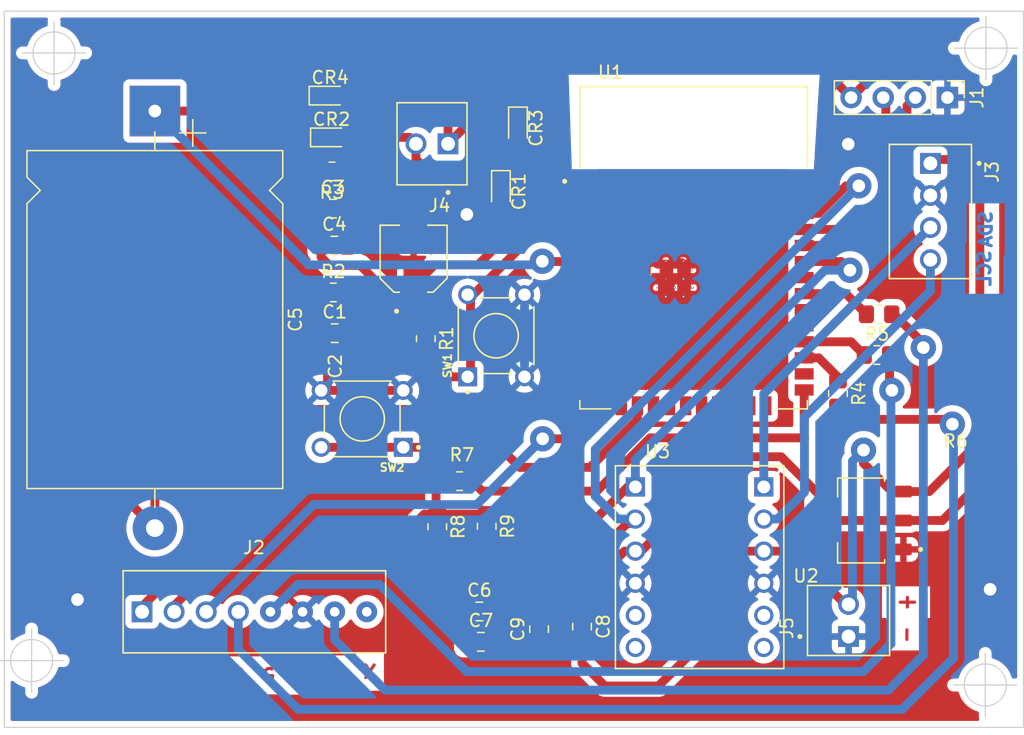
<source format=kicad_pcb>
(kicad_pcb (version 20211014) (generator pcbnew)
  (layers (0 "F.Cu" signal) (31 "B.Cu" signal) (34 "B.Paste" user) (35 "F.Paste" user) (36 "B.SilkS" user "B.Silkscreen") (37 "F.SilkS" user "F.Silkscreen") (38 "B.Mask" user) (39 "F.Mask" user) (44 "Edge.Cuts" user))
  (net 0 "")
  (net 1 "GND")
  (net 2 "Net-(C1-Pad2)")
  (net 3 "Net-(C5-Pad1)")
  (net 4 "Net-(C5-Pad2)")
  (net 5 "Net-(CR1-Pad1)")
  (net 6 "Net-(CR3-Pad1)")
  (net 7 "Net-(J1-Pad2)")
  (net 8 "Net-(J1-Pad3)")
  (net 9 "Net-(J2-Pad1)")
  (net 10 "Net-(J2-Pad2)")
  (net 11 "Net-(J2-Pad3)")
  (net 12 "Net-(J2-Pad4)")
  (net 13 "Net-(J2-Pad5)")
  (net 14 "Net-(J2-Pad7)")
  (net 16 "Net-(J3-Pad3)")
  (net 17 "Net-(J3-Pad4)")
  (net 18 "Net-(R8-Pad2)")
  (net 40 "+3V3")
  (net 41 "Net-(R7-Pad2)")
  (net 42 "Net-(R4-Pad1)")
  (net 43 "Net-(R5-Pad1)")
  (net 44 "Net-(R6-Pad1)")
  (net 45 "Net-(R9-Pad2)")
  (net 50 "+5V")
  (footprint "Diode_SMD:D_0603_1608Metric_Pad1.05x0.95mm_HandSolder" (layer "F.Cu") (at 159.6898 43.4086 -90)
    (fp_text reference "CR1")
    (fp_text value "1N4148W-TP")
  )
  (footprint "libraries:TE_1546215-4" (layer "F.Cu") (at 193.675 44.9834 -90)
    (fp_text reference "J3")
    (fp_text value "282837-4")
  )
  (footprint "Resistor_SMD:R_0805_2012Metric_Pad1.20x1.40mm_HandSolder" (layer "F.Cu") (at 154.654 69.9262 -90)
    (fp_text reference "R8")
    (fp_text value "10k")
  )
  (footprint "Resistor_SMD:R_0805_2012Metric_Pad1.20x1.40mm_HandSolder" (layer "F.Cu") (at 158.5656 69.8914 -90)
    (fp_text reference "R9")
    (fp_text value "10k")
  )
  (footprint "libraries:SOT229P700X180-4N" (layer "F.Cu") (at 188.195 69.4308 180)
    (fp_text reference "U2")
    (fp_text value "AMS1117")
  )
  (footprint "Resistor_SMD:R_0805_2012Metric_Pad1.20x1.40mm_HandSolder" (layer "F.Cu") (at 189.611 53.1114)
    (fp_text reference "R6")
    (fp_text value "82")
  )
  (footprint "Capacitor_SMD:C_0805_2012Metric_Pad1.18x1.45mm_HandSolder" (layer "F.Cu") (at 162.709 78.0308 90)
    (fp_text reference "C9")
    (fp_text value "4.7u")
  )
  (footprint "libraries:CAP_EEE0JA101WR" (layer "F.Cu") (at 152.781 48.7172 90)
    (fp_text reference "C2")
    (fp_text value "220u")
  )
  (footprint "Capacitor_THT:CP_Axial_L26.5mm_D20.0mm_P33.00mm_Horizontal" (layer "F.Cu") (at 132.3086 37.0332 -90)
    (fp_text reference "C5")
    (fp_text value "1000µ")
  )
  (footprint "libraries:TE_1546215-2" (layer "F.Cu") (at 154.2385 39.624 180)
    (fp_text reference "J4")
    (fp_text value "282841-2")
  )
  (footprint "Diode_SMD:D_0603_1608Metric_Pad1.05x0.95mm_HandSolder" (layer "F.Cu") (at 146.177 35.814)
    (fp_text reference "CR4")
    (fp_text value "1N4148W-TP")
  )
  (footprint "BOB-12009:CONV_BOB-12009" (layer "F.Cu") (at 175.4124 73.1266)
    (fp_text reference "U3")
    (fp_text value "BOB-12009")
  )
  (footprint "Capacitor_SMD:C_0805_2012Metric_Pad1.18x1.45mm_HandSolder" (layer "F.Cu") (at 146.4056 44.7548)
    (fp_text reference "C3")
    (fp_text value "22u")
  )
  (footprint "libraries:TE_1546215-2" (layer "F.Cu") (at 187.198 77.343 90)
    (fp_text reference "J5")
    (fp_text value "282841-2")
  )
  (footprint "Capacitor_SMD:C_0805_2012Metric_Pad1.18x1.45mm_HandSolder" (layer "F.Cu") (at 146.5365 54.61)
    (fp_text reference "C1")
    (fp_text value "1u")
  )
  (footprint "Capacitor_SMD:C_0805_2012Metric_Pad1.18x1.45mm_HandSolder" (layer "F.Cu") (at 158.109 79.0308)
    (fp_text reference "C7")
    (fp_text value "4.7u")
  )
  (footprint "Capacitor_SMD:C_0805_2012Metric_Pad1.18x1.45mm_HandSolder" (layer "F.Cu") (at 166.109 77.8308 -90)
    (fp_text reference "C8")
    (fp_text value "0.1u")
  )
  (footprint "Resistor_SMD:R_0805_2012Metric_Pad1.20x1.40mm_HandSolder" (layer "F.Cu") (at 153.7462 55.0418 -90)
    (fp_text reference "R1")
    (fp_text value "10k")
  )
  (footprint "Resistor_SMD:R_0805_2012Metric_Pad1.20x1.40mm_HandSolder" (layer "F.Cu") (at 156.4226 66.3194)
    (fp_text reference "R7")
    (fp_text value "10k")
  )
  (footprint "Capacitor_SMD:C_0805_2012Metric_Pad1.18x1.45mm_HandSolder" (layer "F.Cu") (at 146.5072 47.6758)
    (fp_text reference "C4")
    (fp_text value "0.1u")
  )
  (footprint "Resistor_SMD:R_0805_2012Metric_Pad1.20x1.40mm_HandSolder" (layer "F.Cu") (at 189.4426 56.3372)
    (fp_text reference "R5")
    (fp_text value "82")
  )
  (footprint "Resistor_SMD:R_0805_2012Metric_Pad1.20x1.40mm_HandSolder" (layer "F.Cu") (at 146.32 41.8084 180)
    (fp_text reference "R3")
    (fp_text value "120")
  )
  (footprint "Diode_SMD:D_0603_1608Metric_Pad1.05x0.95mm_HandSolder" (layer "F.Cu") (at 161.036 38.3794 -90)
    (fp_text reference "CR3")
    (fp_text value "1N4148W-TP")
  )
  (footprint "libraries:SW_1825910-6-4" (layer "F.Cu") (at 148.717 61.3918 180)
    (fp_text reference "SW2")
    (fp_text value "BOOT")
  )
  (footprint "libraries:XCVR_ESP32-WROOM-32E_(16MB)" (layer "F.Cu") (at 174.9375 47.85125)
    (fp_text reference "U1")
    (fp_text value "ESP32-WROOM-32E_(16MB)")
  )
  (footprint "Resistor_SMD:R_0805_2012Metric_Pad1.20x1.40mm_HandSolder" (layer "F.Cu") (at 186.3598 59.3852 -90)
    (fp_text reference "R4")
    (fp_text value "82")
  )
  (footprint "Resistor_SMD:R_0805_2012Metric_Pad1.20x1.40mm_HandSolder" (layer "F.Cu") (at 146.431 51.3842)
    (fp_text reference "R2")
    (fp_text value "560")
  )
  (footprint "Diode_SMD:D_0603_1608Metric_Pad1.05x0.95mm_HandSolder" (layer "F.Cu") (at 146.29 39.116)
    (fp_text reference "CR2")
    (fp_text value "1N4148W-TP")
  )
  (footprint "Capacitor_SMD:C_0805_2012Metric_Pad1.18x1.45mm_HandSolder" (layer "F.Cu") (at 157.988 76.6308)
    (fp_text reference "C6")
    (fp_text value "0.1u")
  )
  (footprint "libraries:TE_1546215-8" (layer "F.Cu") (at 140.1572 76.6572)
    (fp_text reference "J2")
    (fp_text value "R pinnen RGB strips")
  )
  (footprint "Connector_PinHeader_2.54mm:PinHeader_1x04_P2.54mm_Vertical" (layer "F.Cu") (at 195.0212 35.9664 -90)
    (fp_text reference "J1")
    (fp_text value "Conn_01x04_Female")
  )
  (footprint "libraries:SW_1825910-6-4" (layer "F.Cu") (at 159.3088 54.8132 90)
    (fp_text reference "SW1")
    (fp_text value "ENABLE")
  )
  (gr_rect (start 120.396 29.1338) (end 201.041 85.8012) (layer "Edge.Cuts") (width 0.1) (fill none))
  (gr_text "dynamo" (at 154.051 33.4518) (layer "F.Cu") (effects (font (size 1 1) (thickness 0.25))))
  (gr_text "GND\n" (at 144.0942 81.7118) (layer "F.Cu") (effects (font (size 1 1) (thickness 0.25))))
  (gr_text "B" (at 138.938 81.6864) (layer "F.Cu") (effects (font (size 1 1) (thickness 0.25))))
  (gr_text "Bicycle\n" (at 129.7178 82.7786) (layer "F.Cu") (effects (font (size 1.5 1.5) (thickness 0.3))))
  (gr_text "R" (at 146.8628 81.6102) (layer "F.Cu") (effects (font (size 1 1) (thickness 0.25))))
  (gr_text "+\n\n" (at 126.0602 37.9476 90) (layer "F.Cu") (effects (font (size 1.5 1.5) (thickness 0.3))))
  (gr_text "G" (at 141.3002 81.6864) (layer "F.Cu") (effects (font (size 1 1) (thickness 0.25))))
  (gr_text "-\n" (at 125.7554 69.215 90) (layer "F.Cu") (effects (font (size 1.5 1.5) (thickness 0.3))))
  (gr_text "X" (at 149.3266 81.407) (layer "F.Cu") (effects (font (size 1 1) (thickness 0.25)) (justify mirror)))
  (gr_text "-\n" (at 191.7446 78.4606 90) (layer "F.Cu") (effects (font (size 1 1) (thickness 0.25))))
  (gr_text "+" (at 191.7446 75.8952 90) (layer "F.Cu") (effects (font (size 1.5 1) (thickness 0.25))))
  (gr_text "SCL\n" (at 197.9422 49.4792 90) (layer "B.Cu") (effects (font (size 1 1) (thickness 0.25)) (justify mirror)))
  (gr_text "SDA" (at 198.0438 46.3804 90) (layer "B.Cu") (effects (font (size 1 1) (thickness 0.25)) (justify mirror)))
  (target plus (at 198.0692 32.0548) (size 5) (width 0.1) (layer "Edge.Cuts"))
  (target plus (at 124.333 32.4358) (size 5) (width 0.1) (layer "Edge.Cuts"))
  (target plus (at 122.555 80.518) (size 5) (width 0.1) (layer "Edge.Cuts"))
  (target plus (at 198.0184 82.4484) (size 5) (width 0.1) (layer "Edge.Cuts"))
  (segment (start 173.480261 48.261739) (end 172.468463 48.261739) (width 0.7) (layer "F.Cu") (net 1))
  (segment (start 171.387989 51.280287) (end 171.387989 50.742213) (width 0.7) (layer "F.Cu") (net 1))
  (segment (start 172.847 52.451) (end 172.847 50.927) (width 0.7) (layer "F.Cu") (net 1))
  (segment (start 171.387989 50.742213) (end 171.186979 50.541203) (width 0.7) (layer "F.Cu") (net 1))
  (segment (start 174.8375 51.71125) (end 174.8375 52.000509) (width 0.7) (layer "F.Cu") (net 1))
  (segment (start 174.387009 52.451) (end 173.887991 52.451) (width 0.7) (layer "F.Cu") (net 1))
  (segment (start 171.387989 50.8) (end 171.387989 50.742213) (width 0.7) (layer "F.Cu") (net 1))
  (segment (start 172.0375 47.292702) (end 167.336048 42.59125) (width 0.7) (layer "F.Cu") (net 1))
  (segment (start 171.186979 50.541203) (end 171.186979 49.258952) (width 0.7) (layer "F.Cu") (net 1))
  (segment (start 174.787011 48.895) (end 174.787012 48.895) (width 0.7) (layer "F.Cu") (net 1))
  (segment (start 173.4375 48.692702) (end 173.4375 48.760729) (width 0.7) (layer "F.Cu") (net 1))
  (segment (start 174.371 50.8) (end 174.371 49.276) (width 0.7) (layer "F.Cu") (net 1))
  (segment (start 169.2225 60.35125) (end 169.2225 54.52625) (width 0.7) (layer "F.Cu") (net 1))
  (segment (start 175.537011 51.300998) (end 175.126759 51.71125) (width 0.7) (layer "F.Cu") (net 1))
  (segment (start 175.487011 49.880287) (end 175.056048 50.31125) (width 0.7) (layer "F.Cu") (net 1))
  (segment (start 171.186979 49.258952) (end 171.685202 48.760729) (width 0.7) (layer "F.Cu") (net 1))
  (segment (start 175.537011 50.721502) (end 175.537011 51.300998) (width 0.7) (layer "F.Cu") (net 1))
  (segment (start 172.974 52.324) (end 172.974 50.8) (width 0.7) (layer "F.Cu") (net 1))
  (segment (start 172.468463 48.261739) (end 172.0375 48.692702) (width 0.7) (layer "F.Cu") (net 1))
  (segment (start 172.0375 48.692702) (end 172.0375 47.292702) (width 0.7) (layer "F.Cu") (net 1))
  (segment (start 172.0375 52.2765) (end 172.0375 51.71125) (width 0.7) (layer "F.Cu") (net 1))
  (segment (start 174.371 52.197) (end 174.371 50.673) (width 0.7) (layer "F.Cu") (net 1))
  (segment (start 174.8375 48.91125) (end 174.8375 48.692702) (width 0.7) (layer "F.Cu") (net 1))
  (segment (start 173.482 49.149) (end 175.006 49.149) (width 0.7) (layer "F.Cu") (net 1))
  (segment (start 171.676817 50.453385) (end 171.387989 50.8) (width 0.7) (layer "F.Cu") (net 1))
  (segment (start 171.818952 51.71125) (end 171.387989 51.280287) (width 0.7) (layer "F.Cu") (net 1))
  (segment (start 172.0375 51.71125) (end 171.818952 51.71125) (width 0.7) (layer "F.Cu") (net 1))
  (segment (start 169.2225 54.52625) (end 172.0375 51.71125) (width 0.7) (layer "F.Cu") (net 1))
  (segment (start 172.085 49.149) (end 173.609 49.149) (width 0.7) (layer "F.Cu") (net 1))
  (segment (start 145.975 55.086) (end 145.499 54.61) (width 0.7) (layer "F.Cu") (net 1))
  (segment (start 172.171761 52.410761) (end 172.0375 52.2765) (width 0.7) (layer "F.Cu") (net 1))
  (segment (start 175.341006 48.341006) (end 181.090761 42.59125) (width 0.7) (layer "F.Cu") (net 1))
  (segment (start 174.787012 48.895) (end 175.341006 48.341006) (width 0.7) (layer "F.Cu") (net 1))
  (segment (start 145.467 59.1418) (end 151.967 59.1418) (width 0.7) (layer "F.Cu") (net 1))
  (segment (start 145.467 59.1418) (end 145.975 58.6338) (width 0.7) (layer "F.Cu") (net 1))
  (segment (start 174.406537 48.261739) (end 173.480261 48.261739) (width 0.7) (layer "F.Cu") (net 1))
  (segment (start 172.466 52.324) (end 172.466 50.8) (width 0.7) (layer "F.Cu") (net 1))
  (segment (start 175.126759 50.31125) (end 175.537011 50.721502) (width 0.7) (layer "F.Cu") (net 1))
  (segment (start 145.975 58.6338) (end 145.975 55.086) (width 0.7) (layer "F.Cu") (net 1))
  (segment (start 175.126759 51.71125) (end 174.8375 51.71125) (width 0.7) (layer "F.Cu") (net 1))
  (segment (start 173.101 50.8) (end 173.101 52.324) (width 0.7) (layer "F.Cu") (net 1))
  (segment (start 174.8375 48.692702) (end 174.406537 48.261739) (width 0.7) (layer "F.Cu") (net 1))
  (segment (start 173.243399 48.498601) (end 173.4375 48.692702) (width 0.7) (layer "F.Cu") (net 1))
  (segment (start 147.32 47.0795) (end 147.5447 47.3042) (width 0.7) (layer "F.Cu") (net 1))
  (segment (start 173.027248 52.410761) (end 172.171761 52.410761) (width 0.7) (layer "F.Cu") (net 1))
  (segment (start 173.99 52.197) (end 173.99 50.673) (width 0.7) (layer "F.Cu") (net 1))
  (segment (start 173.4375 52.000509) (end 173.027248 52.410761) (width 0.7) (layer "F.Cu") (net 1))
  (segment (start 175.341006 48.341006) (end 175.487011 48.487011) (width 0.7) (layer "F.Cu") (net 1))
  (segment (start 173.480261 48.261739) (end 173.243399 48.498601) (width 0.7) (layer "F.Cu") (net 1))
  (segment (start 175.056048 50.31125) (end 174.8375 50.31125) (width 0.7) (layer "F.Cu") (net 1))
  (segment (start 173.99 50.546) (end 173.99 49.022) (width 0.7) (layer "F.Cu") (net 1))
  (segment (start 173.887991 52.451) (end 173.4375 52.000509) (width 0.7) (layer "F.Cu") (net 1))
  (segment (start 172.974 50.927) (end 172.974 49.403) (width 0.7) (layer "F.Cu") (net 1))
  (segment (start 174.8375 50.31125) (end 175.126759 50.31125) (width 0.7) (layer "F.Cu") (net 1))
  (segment (start 174.8375 52.000509) (end 174.387009 52.451) (width 0.7) (layer "F.Cu") (net 1))
  (segment (start 171.387989 50.742213) (end 171.676817 50.453385) (width 0.7) (layer "F.Cu") (net 1))
  (segment (start 173.4375 51.71125) (end 173.4375 52.000509) (width 0.7) (layer "F.Cu") (net 1))
  (segment (start 147.5447 47.3042) (end 147.5447 47.6758) (width 0.7) (layer "F.Cu") (net 1))
  (segment (start 181.090761 42.59125) (end 183.6875 42.59125) (width 0.7) (layer "F.Cu") (net 1))
  (segment (start 175.487011 48.487011) (end 175.487011 49.880287) (width 0.7) (layer "F.Cu") (net 1))
  (segment (start 167.336048 42.59125) (end 166.1875 42.59125) (width 0.7) (layer "F.Cu") (net 1))
  (segment (start 172.593 50.927) (end 172.593 49.403) (width 0.7) (layer "F.Cu") (net 1))
  (via (at 198.3994 74.8792) (size 2) (drill 1) (layers "F.Cu" "B.Cu") (net 1))
  (via (at 156.9974 45.212) (size 2) (drill 1) (layers "F.Cu" "B.Cu") (net 1))
  (via (at 187.1726 39.6494) (size 2) (drill 1) (layers "F.Cu" "B.Cu") (net 1))
  (via (at 126.1872 75.692) (size 2) (drill 1) (layers "F.Cu" "B.Cu") (net 1))
  (segment (start 161.5588 51.5632) (end 161.5588 58.0632) (width 0.7) (layer "B.Cu") (net 1))
  (segment (start 157.5042 51.5632) (end 163.93615 45.13125) (width 0.7) (layer "F.Cu") (net 2))
  (segment (start 153.416 55.7116) (end 149.7898 55.7116) (width 0.7) (layer "F.Cu") (net 2))
  (segment (start 157.0588 58.0632) (end 157.2874 57.8346) (width 0.7) (layer "F.Cu") (net 2))
  (segment (start 163.93615 45.13125) (end 166.1875 45.13125) (width 0.7) (layer "F.Cu") (net 2))
  (segment (start 155.7676 58.0632) (end 153.7462 56.0418) (width 0.7) (layer "F.Cu") (net 2))
  (segment (start 149.7898 55.7116) (end 148.6882 54.61) (width 0.7) (layer "F.Cu") (net 2))
  (segment (start 157.2874 51.7918) (end 157.0588 51.5632) (width 0.7) (layer "F.Cu") (net 2))
  (segment (start 166.1875 45.13125) (end 165.058478 45.13125) (width 0.7) (layer "F.Cu") (net 2))
  (segment (start 157.0588 58.0632) (end 155.7676 58.0632) (width 0.7) (layer "F.Cu") (net 2))
  (segment (start 157.2874 57.8346) (end 157.2874 51.7918) (width 0.7) (layer "F.Cu") (net 2))
  (segment (start 148.6882 54.61) (end 147.574 54.61) (width 0.7) (layer "F.Cu") (net 2))
  (segment (start 157.0588 51.5632) (end 157.5042 51.5632) (width 0.7) (layer "F.Cu") (net 2))
  (segment (start 153.7462 56.0418) (end 153.416 55.7116) (width 0.7) (layer "F.Cu") (net 2))
  (segment (start 147.701 54.737) (end 147.574 54.61) (width 0.7) (layer "F.Cu") (net 2))
  (segment (start 162.98725 48.94125) (end 166.1875 48.94125) (width 0.7) (layer "F.Cu") (net 3))
  (segment (start 145.302 41.7904) (end 145.32 41.8084) (width 0.7) (layer "F.Cu") (net 3))
  (segment (start 145.302 35.814) (end 145.302 41.7904) (width 0.7) (layer "F.Cu") (net 3))
  (segment (start 145.2184 41.8084) (end 140.4432 37.0332) (width 0.7) (layer "F.Cu") (net 3))
  (segment (start 140.4432 37.0332) (end 132.3086 37.0332) (width 0.7) (layer "F.Cu") (net 3))
  (segment (start 162.9664 48.9204) (end 162.98725 48.94125) (width 0.7) (layer "F.Cu") (net 3))
  (segment (start 145.32 41.8084) (end 145.2184 41.8084) (width 0.7) (layer "F.Cu") (net 3))
  (via (at 162.9664 48.9204) (size 2) (drill 1) (layers "F.Cu" "B.Cu") (net 3))
  (segment (start 162.9664 48.9204) (end 162.687 49.1998) (width 0.7) (layer "B.Cu") (net 3))
  (segment (start 144.4752 49.1998) (end 132.3086 37.0332) (width 0.7) (layer "B.Cu") (net 3))
  (segment (start 162.687 49.1998) (end 144.4752 49.1998) (width 0.7) (layer "B.Cu") (net 3))
  (segment (start 161.036 39.2544) (end 161.7472 39.9656) (width 0.7) (layer "F.Cu") (net 4))
  (segment (start 160.51553 31.6738) (end 160.775765 31.934035) (width 0.7) (layer "F.Cu") (net 4))
  (segment (start 128.143 65.8676) (end 132.3086 70.0332) (width 0.7) (layer "F.Cu") (net 4))
  (segment (start 160.775765 31.934035) (end 160.54093 31.6992) (width 0.7) (layer "F.Cu") (net 4))
  (segment (start 140.9556 51.3842) (end 145.431 51.3842) (width 0.7) (layer "F.Cu") (net 4))
  (segment (start 160.775765 31.934035) (end 162.78608 33.94435) (width 0.7) (layer "F.Cu") (net 4))
  (segment (start 161.7472 39.9656) (end 161.7472 43.0784) (width 0.7) (layer "F.Cu") (net 4))
  (segment (start 162.78608 33.94435) (end 162.78608 38.81372) (width 0.7) (layer "F.Cu") (net 4))
  (segment (start 162.78608 38.81372) (end 162.3454 39.2544) (width 0.7) (layer "F.Cu") (net 4))
  (segment (start 131.445 31.6992) (end 128.143 35.0012) (width 0.7) (layer "F.Cu") (net 4))
  (segment (start 161.7472 43.0784) (end 160.542 44.2836) (width 0.7) (layer "F.Cu") (net 4))
  (segment (start 160.54093 31.6992) (end 131.445 31.6992) (width 0.7) (layer "F.Cu") (net 4))
  (segment (start 132.3086 60.0312) (end 140.9556 51.3842) (width 0.7) (layer "F.Cu") (net 4))
  (segment (start 162.3454 39.2544) (end 161.036 39.2544) (width 0.7) (layer "F.Cu") (net 4))
  (segment (start 132.3086 70.0332) (end 132.3086 60.0312) (width 0.7) (layer "F.Cu") (net 4))
  (segment (start 128.143 35.0012) (end 128.143 65.8676) (width 0.7) (layer "F.Cu") (net 4))
  (segment (start 160.542 44.2836) (end 159.6898 44.2836) (width 0.7) (layer "F.Cu") (net 4))
  (segment (start 152.4605 39.116) (end 147.165 39.116) (width 0.7) (layer "F.Cu") (net 5))
  (segment (start 152.9685 40.833022) (end 154.669078 42.5336) (width 0.7) (layer "F.Cu") (net 5))
  (segment (start 152.9685 39.624) (end 152.4605 39.116) (width 0.7) (layer "F.Cu") (net 5))
  (segment (start 159.6898 42.5336) (end 159.653 42.5704) (width 0.7) (layer "F.Cu") (net 5))
  (segment (start 154.669078 42.5336) (end 159.6898 42.5336) (width 0.7) (layer "F.Cu") (net 5))
  (segment (start 152.9685 39.624) (end 152.9685 40.833022) (width 0.7) (layer "F.Cu") (net 5))
  (segment (start 153.2235 35.814) (end 155.5085 38.099) (width 0.7) (layer "F.Cu") (net 6))
  (segment (start 157.6281 37.5044) (end 161.036 37.5044) (width 0.7) (layer "F.Cu") (net 6))
  (segment (start 155.5085 39.624) (end 157.6281 37.5044) (width 0.7) (layer "F.Cu") (net 6))
  (segment (start 155.5085 38.099) (end 155.5085 39.624) (width 0.7) (layer "F.Cu") (net 6))
  (segment (start 147.052 35.814) (end 153.2235 35.814) (width 0.7) (layer "F.Cu") (net 6))
  (segment (start 191.8208 45.0596) (end 189.357 47.5234) (width 0.7) (layer "F.Cu") (net 7))
  (segment (start 191.8208 36.6268) (end 191.8208 45.0596) (width 0.7) (layer "F.Cu") (net 7))
  (segment (start 190.3476 46.5328) (end 189.357 47.5234) (width 0.7) (layer "F.Cu") (net 7))
  (segment (start 189.357 47.5234) (end 189.20915 47.67125) (width 0.7) (layer "F.Cu") (net 7))
  (segment (start 189.20915 47.67125) (end 183.6875 47.67125) (width 0.7) (layer "F.Cu") (net 7))
  (segment (start 192.4812 35.9664) (end 191.8208 36.6268) (width 0.7) (layer "F.Cu") (net 7))
  (segment (start 189.9412 35.9664) (end 190.1444 36.1696) (width 0.7) (layer "F.Cu") (net 8))
  (segment (start 190.1444 44.1452) (end 187.88835 46.40125) (width 0.7) (layer "F.Cu") (net 8))
  (segment (start 190.1444 36.1696) (end 190.1444 44.1452) (width 0.7) (layer "F.Cu") (net 8))
  (segment (start 187.88835 46.40125) (end 183.6875 46.40125) (width 0.7) (layer "F.Cu") (net 8))
  (segment (start 141.109 62.2308) (end 141.109 66.4308) (width 0.7) (layer "F.Cu") (net 9))
  (segment (start 162.946556 60.706) (end 162.888436 60.64788) (width 0.7) (layer "F.Cu") (net 9))
  (segment (start 162.888436 60.64788) (end 142.69192 60.64788) (width 0.7) (layer "F.Cu") (net 9))
  (segment (start 166.1875 59.10125) (end 164.58275 60.706) (width 0.7) (layer "F.Cu") (net 9))
  (segment (start 131.2952 76.2446) (end 131.2952 76.6572) (width 0.7) (layer "F.Cu") (net 9))
  (segment (start 142.69192 60.64788) (end 141.109 62.2308) (width 0.7) (layer "F.Cu") (net 9))
  (segment (start 164.58275 60.706) (end 162.946556 60.706) (width 0.7) (layer "F.Cu") (net 9))
  (segment (start 141.109 66.4308) (end 131.2952 76.2446) (width 0.7) (layer "F.Cu") (net 9))
  (segment (start 170.050286 61.922486) (end 167.863861 64.108911) (width 0.7) (layer "F.Cu") (net 10))
  (segment (start 161.1884 65.2272) (end 166.745572 65.2272) (width 0.7) (layer "F.Cu") (net 10))
  (segment (start 143.002 67.0052) (end 143.002 63.4492) (width 0.7) (layer "F.Cu") (net 10))
  (segment (start 133.8352 76.6572) (end 133.8352 76.172) (width 0.7) (layer "F.Cu") (net 10))
  (segment (start 170.4925 61.480272) (end 170.050286 61.922486) (width 0.7) (layer "F.Cu") (net 10))
  (segment (start 157.7086 61.7474) (end 161.1884 65.2272) (width 0.7) (layer "F.Cu") (net 10))
  (segment (start 166.745572 65.2272) (end 170.050286 61.922486) (width 0.7) (layer "F.Cu") (net 10))
  (segment (start 155.6004 61.7474) (end 144.7038 61.7474) (width 0.7) (layer "F.Cu") (net 10))
  (segment (start 133.8352 76.172) (end 143.002 67.0052) (width 0.7) (layer "F.Cu") (net 10))
  (segment (start 170.4925 60.35125) (end 170.4925 61.480272) (width 0.7) (layer "F.Cu") (net 10))
  (segment (start 143.002 63.4492) (end 144.7038 61.7474) (width 0.7) (layer "F.Cu") (net 10))
  (segment (start 155.6004 61.7474) (end 157.7086 61.7474) (width 0.7) (layer "F.Cu") (net 10))
  (segment (start 164.973 62.9666) (end 167.7924 60.1472) (width 0.7) (layer "F.Cu") (net 11))
  (segment (start 167.7924 60.1472) (end 167.7924 58.28615) (width 0.7) (layer "F.Cu") (net 11))
  (segment (start 162.9918 62.9666) (end 164.973 62.9666) (width 0.7) (layer "F.Cu") (net 11))
  (segment (start 167.7924 58.28615) (end 167.3375 57.83125) (width 0.7) (layer "F.Cu") (net 11))
  (segment (start 167.3375 57.83125) (end 166.1875 57.83125) (width 0.7) (layer "F.Cu") (net 11))
  (via (at 162.9918 62.9666) (size 2) (drill 1) (layers "F.Cu" "B.Cu") (net 11))
  (segment (start 157.7848 68.1736) (end 144.8588 68.1736) (width 0.7) (layer "B.Cu") (net 11))
  (segment (start 162.9918 62.9666) (end 157.7848 68.1736) (width 0.7) (layer "B.Cu") (net 11))
  (segment (start 144.8588 68.1736) (end 136.3752 76.6572) (width 0.7) (layer "B.Cu") (net 11))
  (segment (start 186.3598 60.3852) (end 187.4054 61.4308) (width 0.7) (layer "F.Cu") (net 12))
  (segment (start 195.0348 61.4308) (end 195.4149 61.8109) (width 0.7) (layer "F.Cu") (net 12))
  (segment (start 187.4054 61.4308) (end 195.0348 61.4308) (width 0.7) (layer "F.Cu") (net 12))
  (via (at 195.4149 61.8109) (size 2) (drill 1) (layers "F.Cu" "B.Cu") (net 12))
  (segment (start 195.5038 61.8998) (end 195.5038 80.3148) (width 0.7) (layer "B.Cu") (net 12))
  (segment (start 143.657 84.3788) (end 138.9152 79.637) (width 0.7) (layer "B.Cu") (net 12))
  (segment (start 195.5038 80.3148) (end 191.4398 84.3788) (width 0.7) (layer "B.Cu") (net 12))
  (segment (start 138.9152 79.637) (end 138.9152 76.6572) (width 0.7) (layer "B.Cu") (net 12))
  (segment (start 191.4398 84.3788) (end 143.657 84.3788) (width 0.7) (layer "B.Cu") (net 12))
  (segment (start 195.4149 61.8109) (end 195.5038 61.8998) (width 0.7) (layer "B.Cu") (net 12))
  (segment (start 195.3514 61.7474) (end 195.4149 61.8109) (width 0.7) (layer "B.Cu") (net 12))
  (segment (start 190.4426 58.9468) (end 190.4426 56.3372) (width 0.7) (layer "F.Cu") (net 13))
  (segment (start 190.627 59.1312) (end 190.4426 58.9468) (width 0.7) (layer "F.Cu") (net 13))
  (via (at 190.627 59.1312) (size 2) (drill 1) (layers "F.Cu" "B.Cu") (net 13))
  (segment (start 156.972 81.3816) (end 150.0886 74.4982) (width 0.7) (layer "B.Cu") (net 13))
  (segment (start 190.5508 79.1972) (end 188.3664 81.3816) (width 0.7) (layer "B.Cu") (net 13))
  (segment (start 190.627 59.1312) (end 190.5508 59.2074) (width 0.7) (layer "B.Cu") (net 13))
  (segment (start 143.6142 74.4982) (end 141.4552 76.6572) (width 0.7) (layer "B.Cu") (net 13))
  (segment (start 190.5508 59.2074) (end 190.5508 79.1972) (width 0.7) (layer "B.Cu") (net 13))
  (segment (start 188.3664 81.3816) (end 156.972 81.3816) (width 0.7) (layer "B.Cu") (net 13))
  (segment (start 150.0886 74.4982) (end 143.6142 74.4982) (width 0.7) (layer "B.Cu") (net 13))
  (segment (start 193.1162 55.4228) (end 190.8048 53.1114) (width 0.7) (layer "F.Cu") (net 14))
  (segment (start 193.1162 55.753) (end 193.1162 55.4228) (width 0.7) (layer "F.Cu") (net 14))
  (segment (start 190.8048 53.1114) (end 190.611 53.1114) (width 0.7) (layer "F.Cu") (net 14))
  (via (at 193.1162 55.753) (size 2) (drill 1) (layers "F.Cu" "B.Cu") (net 14))
  (segment (start 193.1162 80.0862) (end 190.3476 82.8548) (width 0.7) (layer "B.Cu") (net 14))
  (segment (start 190.3476 82.8548) (end 150.533 82.8548) (width 0.7) (layer "B.Cu") (net 14))
  (segment (start 146.5352 78.857) (end 146.5352 76.6572) (width 0.7) (layer "B.Cu") (net 14))
  (segment (start 193.1162 55.753) (end 193.1162 80.0862) (width 0.7) (layer "B.Cu") (net 14))
  (segment (start 150.533 82.8548) (end 146.5352 78.857) (width 0.7) (layer "B.Cu") (net 14))
  (segment (start 193.675 46.2534) (end 193.6496 46.2534) (width 0.7) (layer "B.Cu") (net 16))
  (segment (start 180.4924 59.4106) (end 180.4924 66.7766) (width 0.7) (layer "B.Cu") (net 16))
  (segment (start 193.6496 46.2534) (end 180.4924 59.4106) (width 0.7) (layer "B.Cu") (net 16))
  (segment (start 193.675 51.2648) (end 183.709 61.2308) (width 0.7) (layer "B.Cu") (net 17))
  (segment (start 183.709 61.2308) (end 183.709 67.183022) (width 0.7) (layer "B.Cu") (net 17))
  (segment (start 183.709 67.183022) (end 181.575422 69.3166) (width 0.7) (layer "B.Cu") (net 17))
  (segment (start 193.675 48.7934) (end 193.675 51.2648) (width 0.7) (layer "B.Cu") (net 17))
  (segment (start 181.575422 69.3166) (end 180.4924 69.3166) (width 0.7) (layer "B.Cu") (net 17))
  (segment (start 155.96872 72.24092) (end 154.654 70.9262) (width 0.7) (layer "F.Cu") (net 18))
  (segment (start 156.5402 72.7202) (end 166.62598 72.7202) (width 0.7) (layer "F.Cu") (net 18))
  (segment (start 169.97108 69.67792) (end 170.3324 69.3166) (width 0.7) (layer "F.Cu") (net 18))
  (segment (start 166.62598 72.7202) (end 170.02958 69.3166) (width 0.7) (layer "F.Cu") (net 18))
  (segment (start 170.02958 69.3166) (end 170.3324 69.3166) (width 0.7) (layer "F.Cu") (net 18))
  (segment (start 188.0108 42.9514) (end 186.9948 42.9514) (width 0.7) (layer "F.Cu") (net 18))
  (segment (start 170.3324 69.3166) (end 169.799 69.3166) (width 0.7) (layer "F.Cu") (net 18))
  (segment (start 184.81495 45.13125) (end 183.6875 45.13125) (width 0.7) (layer "F.Cu") (net 18))
  (segment (start 156.06092 72.24092) (end 156.5402 72.7202) (width 0.7) (layer "F.Cu") (net 18))
  (segment (start 186.9948 42.9514) (end 184.81495 45.13125) (width 0.7) (layer "F.Cu") (net 18))
  (segment (start 155.96872 72.24092) (end 156.06092 72.24092) (width 0.7) (layer "F.Cu") (net 18))
  (via (at 188.0108 42.9514) (size 2) (drill 1) (layers "F.Cu" "B.Cu") (net 18))
  (segment (start 167.1574 67.5132) (end 168.9608 69.3166) (width 0.7) (layer "B.Cu") (net 18))
  (segment (start 168.9608 69.3166) (end 170.3324 69.3166) (width 0.7) (layer "B.Cu") (net 18))
  (segment (start 188.0108 42.9514) (end 167.1574 63.8048) (width 0.7) (layer "B.Cu") (net 18))
  (segment (start 167.1574 63.8048) (end 167.1574 67.5132) (width 0.7) (layer "B.Cu") (net 18))
  (segment (start 164.1856 34.3408) (end 164.1856 43.288372) (width 0.7) (layer "F.Cu") (net 40))
  (segment (start 197.855011 35.549011) (end 197.931211 35.549011) (width 0.7) (layer "F.Cu") (net 40))
  (segment (start 189.8396 33.528) (end 195.834 33.528) (width 0.7) (layer "F.Cu") (net 40))
  (segment (start 163.22495 43.86125) (end 157.8864 49.1998) (width 0.7) (layer "F.Cu") (net 40))
  (segment (start 145.4095 44.7962) (end 145.4095 47.6156) (width 0.7) (layer "F.Cu") (net 40))
  (segment (start 153.7462 54.0418) (end 153.4762 53.7718) (width 0.7) (layer "F.Cu") (net 40))
  (segment (start 156.9505 74.8753) (end 156.995 74.8308) (width 0.7) (layer "F.Cu") (net 40))
  (segment (start 148.5646 49.2506) (end 150.359 51.045) (width 0.7) (layer "F.Cu") (net 40))
  (segment (start 158.5308 68.9262) (end 158.5656 68.8914) (width 0.7) (layer "F.Cu") (net 40))
  (segment (start 170.7896 71.8566) (end 170.3324 71.8566) (width 0.7) (layer "F.Cu") (net 40))
  (segment (start 194.6276 69.4308) (end 191.54 69.4308) (width 0.7) (layer "F.Cu") (net 40))
  (segment (start 145.4697 48.5941) (end 146.1262 49.2506) (width 0.7) (layer "F.Cu") (net 40))
  (segment (start 158.2862 68.612) (end 158.5656 68.8914) (width 0.7) (layer "F.Cu") (net 40))
  (segment (start 181.8672 64.389) (end 178.2572 64.389) (width 0.7) (layer "F.Cu") (net 40))
  (segment (start 145.4697 47.6758) (end 145.4697 48.5941) (width 0.7) (layer "F.Cu") (net 40))
  (segment (start 166.1875 43.86125) (end 163.22495 43.86125) (width 0.7) (layer "F.Cu") (net 40))
  (segment (start 154.4484 49.1998) (end 152.781 50.8672) (width 0.7) (layer "F.Cu") (net 40))
  (segment (start 184.85 67.3718) (end 184.85 69.4308) (width 0.7) (layer "F.Cu") (net 40))
  (segment (start 153.6286 68.9262) (end 152.146 70.4088) (width 0.7) (layer "F.Cu") (net 40))
  (segment (start 188.850711 34.516889) (end 189.8396 33.528) (width 0.7) (layer "F.Cu") (net 40))
  (segment (start 178.2572 64.389) (end 170.7896 71.8566) (width 0.7) (layer "F.Cu") (net 40))
  (segment (start 152.6032 51.045) (end 152.781 50.8672) (width 0.7) (layer "F.Cu") (net 40))
  (segment (start 197.931211 35.549011) (end 199.4662 37.084) (width 0.7) (layer "F.Cu") (net 40))
  (segment (start 152.146 72.4916) (end 156.2852 76.6308) (width 0.7) (layer "F.Cu") (net 40))
  (segment (start 154.559 67.183) (end 154.559 68.8312) (width 0.7) (layer "F.Cu") (net 40))
  (segment (start 154.559 68.8312) (end 154.654 68.9262) (width 0.7) (layer "F.Cu") (net 40))
  (segment (start 145.3681 44.7548) (end 145.4095 44.7962) (width 0.7) (layer "F.Cu") (net 40))
  (segment (start 156.9505 76.6308) (end 156.9505 74.8753) (width 0.7) (layer "F.Cu") (net 40))
  (segment (start 199.4662 37.084) (end 199.4662 64.5922) (width 0.7) (layer "F.Cu") (net 40))
  (segment (start 156.9505 76.6308) (end 156.9505 78.9098) (width 0.7) (layer "F.Cu") (net 40))
  (segment (start 156.2852 76.6308) (end 156.9505 76.6308) (width 0.7) (layer "F.Cu") (net 40))
  (segment (start 187.4012 35.9664) (end 188.850711 34.516889) (width 0.7) (layer "F.Cu") (net 40))
  (segment (start 166.4946 74.8308) (end 169.4688 71.8566) (width 0.7) (layer "F.Cu") (net 40))
  (segment (start 154.654 68.9262) (end 158.5308 68.9262) (width 0.7) (layer "F.Cu") (net 40))
  (segment (start 169.4688 71.8566) (end 170.3324 71.8566) (width 0.7) (layer "F.Cu") (net 40))
  (segment (start 191.54 69.4308) (end 184.85 69.4308) (width 0.7) (layer "F.Cu") (net 40))
  (segment (start 154.654 68.9262) (end 153.6286 68.9262) (width 0.7) (layer "F.Cu") (net 40))
  (segment (start 152.781 53.0766) (end 153.7462 54.0418) (width 0.7) (layer "F.Cu") (net 40))
  (segment (start 184.3786 32.9438) (end 187.4012 35.9664) (width 0.7) (layer "F.Cu") (net 40))
  (segment (start 165.5826 32.9438) (end 164.1856 34.3408) (width 0.7) (layer "F.Cu") (net 40))
  (segment (start 164.1856 43.288372) (end 164.758478 43.86125) (width 0.7) (layer "F.Cu") (net 40))
  (segment (start 146.1262 49.2506) (end 148.5646 49.2506) (width 0.7) (layer "F.Cu") (net 40))
  (segment (start 157.8864 49.1998) (end 154.4484 49.1998) (width 0.7) (layer "F.Cu") (net 40))
  (segment (start 155.4226 66.3194) (end 154.559 67.183) (width 0.7) (layer "F.Cu") (net 40))
  (segment (start 156.9505 78.9098) (end 157.0715 79.0308) (width 0.7) (layer "F.Cu") (net 40))
  (segment (start 150.359 51.045) (end 152.6032 51.045) (width 0.7) (layer "F.Cu") (net 40))
  (segment (start 145.4095 47.6156) (end 145.4697 47.6758) (width 0.7) (layer "F.Cu") (net 40))
  (segment (start 156.995 74.8308) (end 166.4946 74.8308) (width 0.7) (layer "F.Cu") (net 40))
  (segment (start 165.5826 32.9438) (end 184.3786 32.9438) (width 0.7) (layer "F.Cu") (net 40))
  (segment (start 181.8672 64.389) (end 184.85 67.3718) (width 0.7) (layer "F.Cu") (net 40))
  (segment (start 164.758478 43.86125) (end 166.1875 43.86125) (width 0.7) (layer "F.Cu") (net 40))
  (segment (start 188.850711 34.516889) (end 189.000711 34.366889) (width 0.7) (layer "F.Cu") (net 40))
  (segment (start 199.4662 64.5922) (end 194.6276 69.4308) (width 0.7) (layer "F.Cu") (net 40))
  (segment (start 195.834 33.528) (end 197.855011 35.549011) (width 0.7) (layer "F.Cu") (net 40))
  (segment (start 152.146 70.4088) (end 152.146 72.4916) (width 0.7) (layer "F.Cu") (net 40))
  (segment (start 152.781 50.8672) (end 152.781 53.0766) (width 0.7) (layer "F.Cu") (net 40))
  (segment (start 167.279178 67.1068) (end 158.21 67.1068) (width 0.7) (layer "F.Cu") (net 41))
  (segment (start 183.6875 59.10125) (end 183.6875 62.8597) (width 0.7) (layer "F.Cu") (net 41))
  (segment (start 183.7182 62.8904) (end 171.495578 62.8904) (width 0.7) (layer "F.Cu") (net 41))
  (segment (start 158.21 67.1068) (end 157.4226 66.3194) (width 0.7) (layer "F.Cu") (net 41))
  (segment (start 156.1232 63.6418) (end 151.967 63.6418) (width 0.7) (layer "F.Cu") (net 41))
  (segment (start 171.495578 62.8904) (end 169.107098 65.27888) (width 0.7) (layer "F.Cu") (net 41))
  (segment (start 183.6875 62.8597) (end 183.7182 62.8904) (width 0.7) (layer "F.Cu") (net 41))
  (segment (start 157.4226 64.9412) (end 156.1232 63.6418) (width 0.7) (layer "F.Cu") (net 41))
  (segment (start 157.4226 66.3194) (end 157.4226 64.9412) (width 0.7) (layer "F.Cu") (net 41))
  (segment (start 169.107098 65.27888) (end 167.279178 67.1068) (width 0.7) (layer "F.Cu") (net 41))
  (segment (start 151.967 63.6418) (end 145.467 63.6418) (width 0.7) (layer "F.Cu") (net 41))
  (segment (start 151.8908 63.5656) (end 151.967 63.6418) (width 0.7) (layer "B.Cu") (net 41))
  (segment (start 184.8375 56.56125) (end 186.3598 58.08355) (width 0.7) (layer "F.Cu") (net 42))
  (segment (start 183.6875 56.56125) (end 184.8375 56.56125) (width 0.7) (layer "F.Cu") (net 42))
  (segment (start 186.3598 58.08355) (end 186.3598 58.3852) (width 0.7) (layer "F.Cu") (net 42))
  (segment (start 187.39665 55.29125) (end 183.6875 55.29125) (width 0.7) (layer "F.Cu") (net 43))
  (segment (start 188.4426 56.3372) (end 187.39665 55.29125) (width 0.7) (layer "F.Cu") (net 43))
  (segment (start 183.6875 51.48125) (end 186.98085 51.48125) (width 0.7) (layer "F.Cu") (net 44))
  (segment (start 186.98085 51.48125) (end 188.611 53.1114) (width 0.7) (layer "F.Cu") (net 44))
  (segment (start 158.8958 70.5612) (end 158.5656 70.8914) (width 0.7) (layer "F.Cu") (net 45))
  (segment (start 169.7228 66.7766) (end 165.9382 70.5612) (width 0.7) (layer "F.Cu") (net 45))
  (segment (start 170.3324 66.7766) (end 169.7228 66.7766) (width 0.7) (layer "F.Cu") (net 45))
  (segment (start 187.309 49.6308) (end 186.61945 48.94125) (width 0.7) (layer "F.Cu") (net 45))
  (segment (start 186.61945 48.94125) (end 183.6875 48.94125) (width 0.7) (layer "F.Cu") (net 45))
  (segment (start 165.9382 70.5612) (end 158.8958 70.5612) (width 0.7) (layer "F.Cu") (net 45))
  (via (at 187.309 49.6308) (size 2) (drill 1) (layers "F.Cu" "B.Cu") (net 45))
  (segment (start 185.3192 49.6308) (end 170.3324 64.6176) (width 0.7) (layer "B.Cu") (net 45))
  (segment (start 187.309 49.6308) (end 185.3192 49.6308) (width 0.7) (layer "B.Cu") (net 45))
  (segment (start 170.3324 64.6176) (end 170.3324 66.7766) (width 0.7) (layer "B.Cu") (net 45))
  (segment (start 188.381857 64.903657) (end 190.619 67.1408) (width 0.7) (layer "F.Cu") (net 50))
  (segment (start 191.54 67.1408) (end 193.5902 67.1408) (width 0.7) (layer "F.Cu") (net 50))
  (segment (start 165.9465 79.0308) (end 162.7465 79.0308) (width 0.7) (layer "F.Cu") (net 50))
  (segment (start 175.7172 74.1172) (end 177.9778 71.8566) (width 0.7) (layer "F.Cu") (net 50))
  (segment (start 188.381857 63.863181) (end 188.381857 64.903657) (width 0.7) (layer "F.Cu") (net 50))
  (segment (start 166.109 78.8683) (end 166.109 80.7142) (width 0.7) (layer "F.Cu") (net 50))
  (segment (start 190.619 67.1408) (end 191.54 67.1408) (width 0.7) (layer "F.Cu") (net 50))
  (segment (start 177.9778 71.8566) (end 180.4924 71.8566) (width 0.7) (layer "F.Cu") (net 50))
  (segment (start 166.109 78.8683) (end 165.9465 79.0308) (width 0.7) (layer "F.Cu") (net 50))
  (segment (start 193.675 41.1734) (end 193.9798 40.8686) (width 0.7) (layer "F.Cu") (net 50))
  (segment (start 162.7465 79.0308) (end 162.709 79.0683) (width 0.7) (layer "F.Cu") (net 50))
  (segment (start 166.109 80.7142) (end 167.9194 82.5246) (width 0.7) (layer "F.Cu") (net 50))
  (segment (start 197.5866 43.1292) (end 197.5866 63.1444) (width 0.7) (layer "F.Cu") (net 50))
  (segment (start 167.9194 82.5246) (end 172.1612 82.5246) (width 0.7) (layer "F.Cu") (net 50))
  (segment (start 193.5902 67.1408) (end 197.5866 63.1444) (width 0.7) (layer "F.Cu") (net 50))
  (segment (start 187.198 76.073) (end 186.9512 76.073) (width 0.7) (layer "F.Cu") (net 50))
  (segment (start 193.9798 40.8686) (end 195.326 40.8686) (width 0.7) (layer "F.Cu") (net 50))
  (segment (start 175.7172 78.9686) (end 175.7172 74.1172) (width 0.7) (layer "F.Cu") (net 50))
  (segment (start 182.7348 71.8566) (end 180.4924 71.8566) (width 0.7) (layer "F.Cu") (net 50))
  (segment (start 195.326 40.8686) (end 197.5866 43.1292) (width 0.7) (layer "F.Cu") (net 50))
  (segment (start 172.1612 82.5246) (end 175.7172 78.9686) (width 0.7) (layer "F.Cu") (net 50))
  (segment (start 186.9512 76.073) (end 182.7348 71.8566) (width 0.7) (layer "F.Cu") (net 50))
  (via (at 188.381857 63.863181) (size 2) (drill 1) (layers "F.Cu" "B.Cu") (net 50))
  (segment (start 187.509 75.762) (end 187.198 76.073) (width 0.7) (layer "B.Cu") (net 50))
  (segment (start 188.381857 63.863181) (end 187.509 64.736038) (width 0.7) (layer "B.Cu") (net 50))
  (segment (start 187.509 64.736038) (end 187.509 75.762) (width 0.7) (layer "B.Cu") (net 50))
  (zone (net 1) (net_name "GND") (layers F&B.Cu) (connect_pads (clearance 0.508)) (min_thickness 0.254) (fill yes (thermal_gap 0.508) (thermal_bridge_width 0.508))
    (polygon (pts (xy 200.88355 29.427367) (xy 200.877938 86.431903) (xy 120.639241 86.177855) (xy 120.517853 29.173319)))
    (polygon (pts (xy 165.0492 34.163) (xy 165.3032 41.6306) (xy 184.4548 41.6306) (xy 184.912 34.163)))
  )
)
</source>
